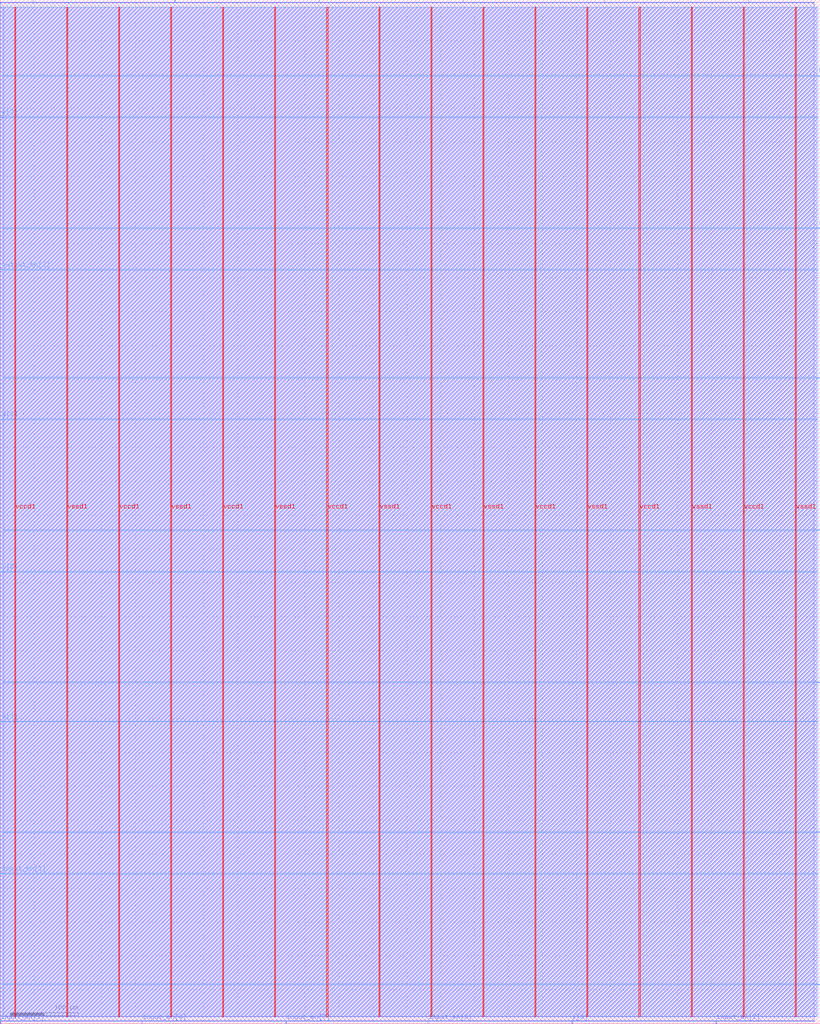
<source format=lef>
VERSION 5.7 ;
  NOWIREEXTENSIONATPIN ON ;
  DIVIDERCHAR "/" ;
  BUSBITCHARS "[]" ;
MACRO fourbit_adder
  CLASS BLOCK ;
  FOREIGN fourbit_adder ;
  ORIGIN 0.000 0.000 ;
  SIZE 1210.000 BY 1510.000 ;
  PIN a[0]
    DIRECTION INPUT ;
    USE SIGNAL ;
    PORT
      LAYER met3 ;
        RECT 1206.000 503.240 1210.000 503.840 ;
    END
  END a[0]
  PIN a[1]
    DIRECTION INPUT ;
    USE SIGNAL ;
    PORT
      LAYER met3 ;
        RECT 0.000 445.440 4.000 446.040 ;
    END
  END a[1]
  PIN a[2]
    DIRECTION INPUT ;
    USE SIGNAL ;
    PORT
      LAYER met2 ;
        RECT 892.030 1506.000 892.310 1510.000 ;
    END
  END a[2]
  PIN a[3]
    DIRECTION INPUT ;
    USE SIGNAL ;
    PORT
      LAYER met3 ;
        RECT 1206.000 57.840 1210.000 58.440 ;
    END
  END a[3]
  PIN b[0]
    DIRECTION INPUT ;
    USE SIGNAL ;
    PORT
      LAYER met3 ;
        RECT 1206.000 1397.440 1210.000 1398.040 ;
    END
  END b[0]
  PIN b[1]
    DIRECTION INPUT ;
    USE SIGNAL ;
    PORT
      LAYER met2 ;
        RECT 257.690 1506.000 257.970 1510.000 ;
    END
  END b[1]
  PIN b[2]
    DIRECTION INPUT ;
    USE SIGNAL ;
    PORT
      LAYER met3 ;
        RECT 0.000 666.440 4.000 667.040 ;
    END
  END b[2]
  PIN b[3]
    DIRECTION INPUT ;
    USE SIGNAL ;
    PORT
      LAYER met2 ;
        RECT 1104.550 1506.000 1104.830 1510.000 ;
    END
  END b[3]
  PIN clk
    DIRECTION INPUT ;
    USE SIGNAL ;
    PORT
      LAYER met2 ;
        RECT 48.390 1506.000 48.670 1510.000 ;
    END
  END clk
  PIN input_en[0]
    DIRECTION OUTPUT TRISTATE ;
    USE SIGNAL ;
    PORT
      LAYER met2 ;
        RECT 631.210 0.000 631.490 4.000 ;
    END
  END input_en[0]
  PIN input_en[1]
    DIRECTION OUTPUT TRISTATE ;
    USE SIGNAL ;
    PORT
      LAYER met3 ;
        RECT 0.000 221.040 4.000 221.640 ;
    END
  END input_en[1]
  PIN input_en[2]
    DIRECTION OUTPUT TRISTATE ;
    USE SIGNAL ;
    PORT
      LAYER met2 ;
        RECT 1056.250 0.000 1056.530 4.000 ;
    END
  END input_en[2]
  PIN input_en[3]
    DIRECTION OUTPUT TRISTATE ;
    USE SIGNAL ;
    PORT
      LAYER met2 ;
        RECT 0.090 0.000 0.370 4.000 ;
    END
  END input_en[3]
  PIN input_en[4]
    DIRECTION OUTPUT TRISTATE ;
    USE SIGNAL ;
    PORT
      LAYER met2 ;
        RECT 209.390 0.000 209.670 4.000 ;
    END
  END input_en[4]
  PIN input_en[5]
    DIRECTION OUTPUT TRISTATE ;
    USE SIGNAL ;
    PORT
      LAYER met2 ;
        RECT 470.210 1506.000 470.490 1510.000 ;
    END
  END input_en[5]
  PIN input_en[6]
    DIRECTION OUTPUT TRISTATE ;
    USE SIGNAL ;
    PORT
      LAYER met3 ;
        RECT 1206.000 282.240 1210.000 282.840 ;
    END
  END input_en[6]
  PIN input_en[7]
    DIRECTION OUTPUT TRISTATE ;
    USE SIGNAL ;
    PORT
      LAYER met2 ;
        RECT 421.910 0.000 422.190 4.000 ;
    END
  END input_en[7]
  PIN output_en[0]
    DIRECTION OUTPUT TRISTATE ;
    USE SIGNAL ;
    PORT
      LAYER met3 ;
        RECT 1206.000 952.040 1210.000 952.640 ;
    END
  END output_en[0]
  PIN output_en[1]
    DIRECTION OUTPUT TRISTATE ;
    USE SIGNAL ;
    PORT
      LAYER met3 ;
        RECT 1206.000 1173.040 1210.000 1173.640 ;
    END
  END output_en[1]
  PIN output_en[2]
    DIRECTION OUTPUT TRISTATE ;
    USE SIGNAL ;
    PORT
      LAYER met3 ;
        RECT 0.000 1111.840 4.000 1112.440 ;
    END
  END output_en[2]
  PIN output_en[3]
    DIRECTION OUTPUT TRISTATE ;
    USE SIGNAL ;
    PORT
      LAYER met2 ;
        RECT 682.730 1506.000 683.010 1510.000 ;
    END
  END output_en[3]
  PIN vccd1
    DIRECTION INPUT ;
    USE POWER ;
    PORT
      LAYER met4 ;
        RECT 21.040 10.640 22.640 1498.960 ;
    END
    PORT
      LAYER met4 ;
        RECT 174.640 10.640 176.240 1498.960 ;
    END
    PORT
      LAYER met4 ;
        RECT 328.240 10.640 329.840 1498.960 ;
    END
    PORT
      LAYER met4 ;
        RECT 481.840 10.640 483.440 1498.960 ;
    END
    PORT
      LAYER met4 ;
        RECT 635.440 10.640 637.040 1498.960 ;
    END
    PORT
      LAYER met4 ;
        RECT 789.040 10.640 790.640 1498.960 ;
    END
    PORT
      LAYER met4 ;
        RECT 942.640 10.640 944.240 1498.960 ;
    END
    PORT
      LAYER met4 ;
        RECT 1096.240 10.640 1097.840 1498.960 ;
    END
  END vccd1
  PIN vssd1
    DIRECTION INPUT ;
    USE GROUND ;
    PORT
      LAYER met4 ;
        RECT 97.840 10.640 99.440 1498.960 ;
    END
    PORT
      LAYER met4 ;
        RECT 251.440 10.640 253.040 1498.960 ;
    END
    PORT
      LAYER met4 ;
        RECT 405.040 10.640 406.640 1498.960 ;
    END
    PORT
      LAYER met4 ;
        RECT 558.640 10.640 560.240 1498.960 ;
    END
    PORT
      LAYER met4 ;
        RECT 712.240 10.640 713.840 1498.960 ;
    END
    PORT
      LAYER met4 ;
        RECT 865.840 10.640 867.440 1498.960 ;
    END
    PORT
      LAYER met4 ;
        RECT 1019.440 10.640 1021.040 1498.960 ;
    END
    PORT
      LAYER met4 ;
        RECT 1173.040 10.640 1174.640 1498.960 ;
    END
  END vssd1
  PIN y[0]
    DIRECTION OUTPUT TRISTATE ;
    USE SIGNAL ;
    PORT
      LAYER met2 ;
        RECT 843.730 0.000 844.010 4.000 ;
    END
  END y[0]
  PIN y[1]
    DIRECTION OUTPUT TRISTATE ;
    USE SIGNAL ;
    PORT
      LAYER met3 ;
        RECT 0.000 890.840 4.000 891.440 ;
    END
  END y[1]
  PIN y[2]
    DIRECTION OUTPUT TRISTATE ;
    USE SIGNAL ;
    PORT
      LAYER met3 ;
        RECT 0.000 1336.240 4.000 1336.840 ;
    END
  END y[2]
  PIN y[3]
    DIRECTION OUTPUT TRISTATE ;
    USE SIGNAL ;
    PORT
      LAYER met3 ;
        RECT 1206.000 727.640 1210.000 728.240 ;
    END
  END y[3]
  OBS
      LAYER li1 ;
        RECT 5.520 10.795 1204.280 1498.805 ;
      LAYER met1 ;
        RECT 0.070 10.640 1204.280 1498.960 ;
      LAYER met2 ;
        RECT 0.100 1505.720 48.110 1506.610 ;
        RECT 48.950 1505.720 257.410 1506.610 ;
        RECT 258.250 1505.720 469.930 1506.610 ;
        RECT 470.770 1505.720 682.450 1506.610 ;
        RECT 683.290 1505.720 891.750 1506.610 ;
        RECT 892.590 1505.720 1104.270 1506.610 ;
        RECT 1105.110 1505.720 1200.970 1506.610 ;
        RECT 0.100 4.280 1200.970 1505.720 ;
        RECT 0.650 4.000 209.110 4.280 ;
        RECT 209.950 4.000 421.630 4.280 ;
        RECT 422.470 4.000 630.930 4.280 ;
        RECT 631.770 4.000 843.450 4.280 ;
        RECT 844.290 4.000 1055.970 4.280 ;
        RECT 1056.810 4.000 1200.970 4.280 ;
      LAYER met3 ;
        RECT 4.000 1398.440 1206.000 1498.885 ;
        RECT 4.000 1397.040 1205.600 1398.440 ;
        RECT 4.000 1337.240 1206.000 1397.040 ;
        RECT 4.400 1335.840 1206.000 1337.240 ;
        RECT 4.000 1174.040 1206.000 1335.840 ;
        RECT 4.000 1172.640 1205.600 1174.040 ;
        RECT 4.000 1112.840 1206.000 1172.640 ;
        RECT 4.400 1111.440 1206.000 1112.840 ;
        RECT 4.000 953.040 1206.000 1111.440 ;
        RECT 4.000 951.640 1205.600 953.040 ;
        RECT 4.000 891.840 1206.000 951.640 ;
        RECT 4.400 890.440 1206.000 891.840 ;
        RECT 4.000 728.640 1206.000 890.440 ;
        RECT 4.000 727.240 1205.600 728.640 ;
        RECT 4.000 667.440 1206.000 727.240 ;
        RECT 4.400 666.040 1206.000 667.440 ;
        RECT 4.000 504.240 1206.000 666.040 ;
        RECT 4.000 502.840 1205.600 504.240 ;
        RECT 4.000 446.440 1206.000 502.840 ;
        RECT 4.400 445.040 1206.000 446.440 ;
        RECT 4.000 283.240 1206.000 445.040 ;
        RECT 4.000 281.840 1205.600 283.240 ;
        RECT 4.000 222.040 1206.000 281.840 ;
        RECT 4.400 220.640 1206.000 222.040 ;
        RECT 4.000 58.840 1206.000 220.640 ;
        RECT 4.000 57.440 1205.600 58.840 ;
        RECT 4.000 10.715 1206.000 57.440 ;
  END
END fourbit_adder
END LIBRARY


</source>
